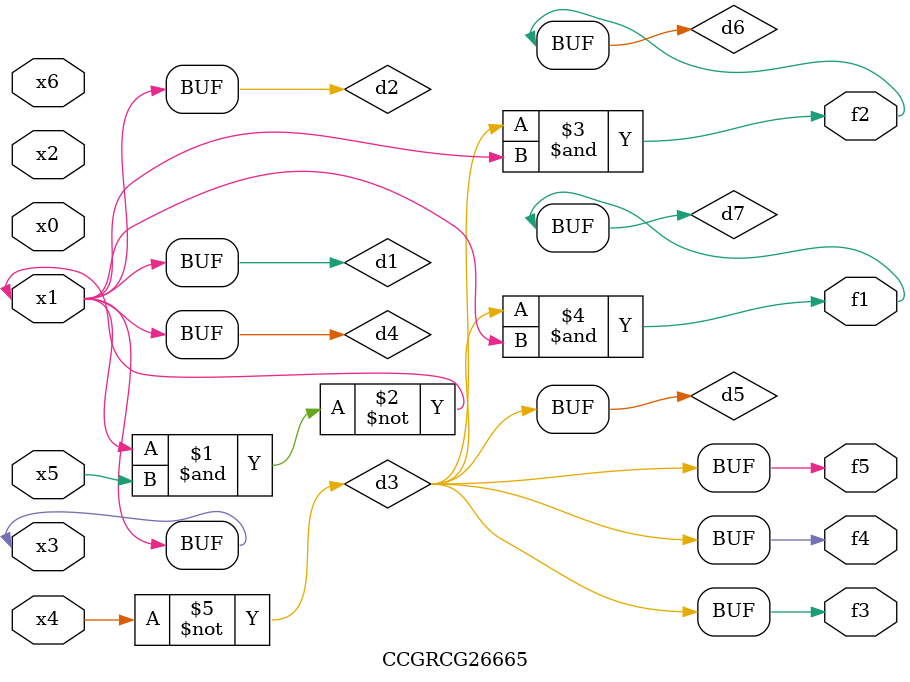
<source format=v>
module CCGRCG26665(
	input x0, x1, x2, x3, x4, x5, x6,
	output f1, f2, f3, f4, f5
);

	wire d1, d2, d3, d4, d5, d6, d7;

	buf (d1, x1, x3);
	nand (d2, x1, x5);
	not (d3, x4);
	buf (d4, d1, d2);
	buf (d5, d3);
	and (d6, d3, d4);
	and (d7, d3, d4);
	assign f1 = d7;
	assign f2 = d6;
	assign f3 = d5;
	assign f4 = d5;
	assign f5 = d5;
endmodule

</source>
